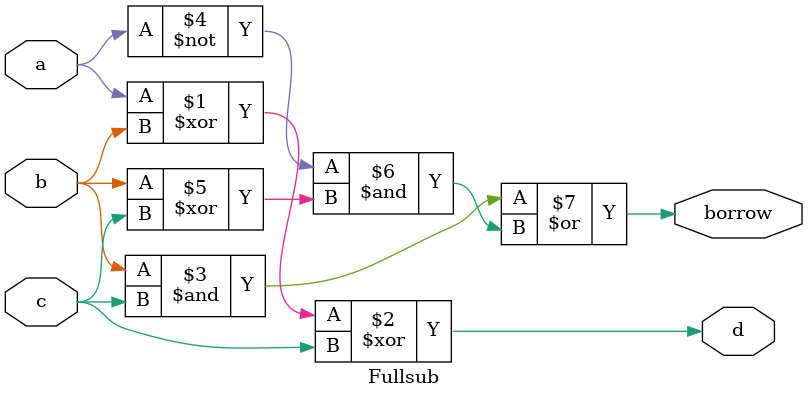
<source format=v>
module Fullsub(input a,b,c,output d,borrow);
  assign d=a^b^c;
  assign borrow=(b&c)|((~a)&(b^c));
endmodule

</source>
